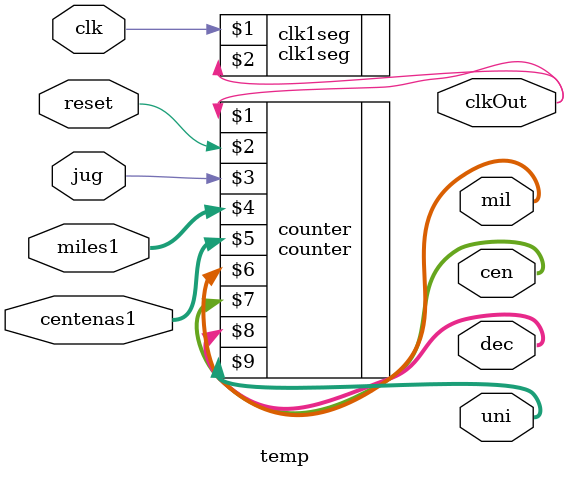
<source format=v>
`timescale 1ns / 1ps
module temp(clk,reset,miles1,jug,centenas1,mil,cen,dec,uni,clkOut);
input clk;
input jug;
input reset;
input [2:0] miles1;
input [2:0] centenas1;

output [3:0] mil;
output [3:0] cen;
output [3:0] dec;
output [3:0] uni;
output clkOut;

clk1seg clk1seg(clk,clkOut);

counter counter(clkOut,reset,jug,miles1,centenas1,mil,cen,dec,uni);

endmodule

</source>
